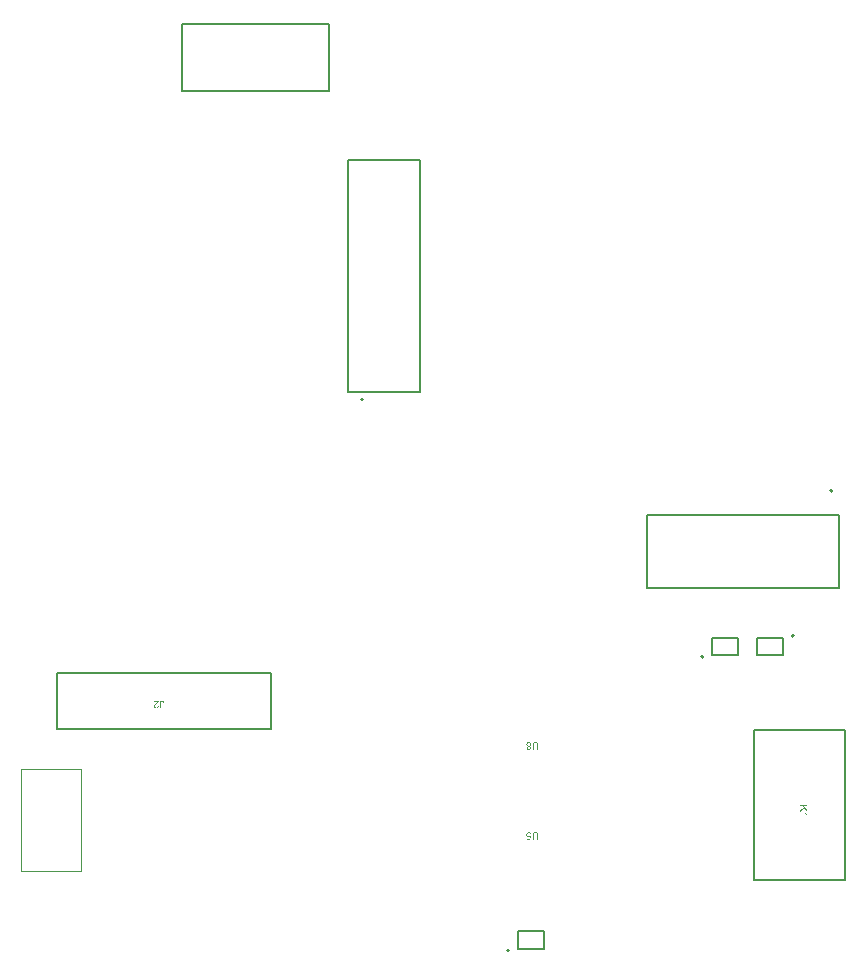
<source format=gbr>
%TF.GenerationSoftware,Altium Limited,Altium Designer,20.0.11 (256)*%
G04 Layer_Color=8388736*
%FSLAX26Y26*%
%MOIN*%
%TF.FileFunction,Other,Top_3D_Body*%
%TF.Part,Single*%
G01*
G75*
%TA.AperFunction,NonConductor*%
%ADD108C,0.005000*%
%ADD112C,0.007874*%
%ADD165C,0.002000*%
G36*
X2655189Y626669D02*
X2642685D01*
X2655189Y614166D01*
Y609634D01*
X2644960Y620227D01*
X2630000Y609179D01*
Y613584D01*
X2642704Y622556D01*
X2638736Y626669D01*
X2630000D01*
Y630000D01*
X2655189D01*
Y626669D01*
D02*
G37*
G36*
X2648964Y605266D02*
X2649001Y605193D01*
X2649074Y605048D01*
X2649165Y604866D01*
X2649274Y604647D01*
X2649419Y604374D01*
X2649583Y604083D01*
X2649765Y603774D01*
X2649984Y603428D01*
X2650202Y603064D01*
X2650712Y602300D01*
X2651276Y601517D01*
X2651895Y600771D01*
X2651913Y600753D01*
X2651967Y600680D01*
X2652058Y600589D01*
X2652186Y600461D01*
X2652350Y600298D01*
X2652532Y600116D01*
X2652750Y599915D01*
X2652968Y599697D01*
X2653223Y599479D01*
X2653496Y599242D01*
X2654060Y598787D01*
X2654661Y598368D01*
X2654970Y598186D01*
X2655280Y598023D01*
Y596021D01*
X2630000D01*
Y599115D01*
X2649692D01*
X2649674Y599133D01*
X2649638Y599169D01*
X2649583Y599224D01*
X2649510Y599315D01*
X2649419Y599424D01*
X2649292Y599570D01*
X2649165Y599733D01*
X2649019Y599897D01*
X2648873Y600116D01*
X2648691Y600334D01*
X2648528Y600571D01*
X2648327Y600825D01*
X2648145Y601117D01*
X2647945Y601408D01*
X2647545Y602063D01*
X2647527Y602081D01*
X2647490Y602136D01*
X2647436Y602245D01*
X2647381Y602372D01*
X2647290Y602518D01*
X2647181Y602700D01*
X2647072Y602918D01*
X2646944Y603137D01*
X2646689Y603646D01*
X2646435Y604192D01*
X2646180Y604757D01*
X2645961Y605303D01*
X2648946D01*
X2648964Y605266D01*
D02*
G37*
G36*
X1749092Y840400D02*
X1749401Y840382D01*
X1749747Y840346D01*
X1750147Y840309D01*
X1750566Y840273D01*
X1751021Y840200D01*
X1751494Y840127D01*
X1751967Y840018D01*
X1752459Y839909D01*
X1752932Y839763D01*
X1753423Y839600D01*
X1753878Y839418D01*
X1754315Y839199D01*
X1754333Y839181D01*
X1754406Y839145D01*
X1754533Y839072D01*
X1754679Y838981D01*
X1754861Y838853D01*
X1755079Y838690D01*
X1755298Y838508D01*
X1755553Y838307D01*
X1755807Y838071D01*
X1756080Y837798D01*
X1756353Y837525D01*
X1756608Y837197D01*
X1756863Y836870D01*
X1757100Y836487D01*
X1757318Y836105D01*
X1757518Y835687D01*
X1757536Y835650D01*
X1757555Y835577D01*
X1757609Y835450D01*
X1757664Y835268D01*
X1757737Y835031D01*
X1757809Y834740D01*
X1757900Y834413D01*
X1757991Y834030D01*
X1758082Y833594D01*
X1758173Y833120D01*
X1758246Y832611D01*
X1758319Y832047D01*
X1758374Y831446D01*
X1758428Y830791D01*
X1758446Y830099D01*
X1758465Y829371D01*
Y814811D01*
X1755134D01*
Y829353D01*
Y829389D01*
Y829499D01*
Y829662D01*
X1755116Y829881D01*
Y830154D01*
X1755098Y830463D01*
X1755079Y830809D01*
X1755061Y831191D01*
X1755025Y831573D01*
X1754988Y831974D01*
X1754879Y832775D01*
X1754806Y833157D01*
X1754734Y833539D01*
X1754643Y833885D01*
X1754533Y834194D01*
Y834212D01*
X1754497Y834267D01*
X1754461Y834340D01*
X1754406Y834449D01*
X1754351Y834576D01*
X1754260Y834722D01*
X1754042Y835068D01*
X1753751Y835450D01*
X1753587Y835650D01*
X1753387Y835850D01*
X1753187Y836051D01*
X1752950Y836233D01*
X1752713Y836415D01*
X1752440Y836578D01*
X1752422D01*
X1752368Y836615D01*
X1752295Y836651D01*
X1752167Y836706D01*
X1752022Y836779D01*
X1751858Y836851D01*
X1751658Y836924D01*
X1751421Y836997D01*
X1751166Y837070D01*
X1750893Y837143D01*
X1750602Y837215D01*
X1750275Y837288D01*
X1749929Y837343D01*
X1749565Y837379D01*
X1749201Y837397D01*
X1748800Y837416D01*
X1748637D01*
X1748455Y837397D01*
X1748200D01*
X1747890Y837361D01*
X1747563Y837325D01*
X1747181Y837270D01*
X1746762Y837215D01*
X1746343Y837124D01*
X1745907Y837015D01*
X1745470Y836870D01*
X1745033Y836724D01*
X1744614Y836524D01*
X1744232Y836305D01*
X1743868Y836051D01*
X1743559Y835759D01*
X1743541Y835741D01*
X1743486Y835687D01*
X1743413Y835577D01*
X1743322Y835432D01*
X1743195Y835232D01*
X1743067Y834977D01*
X1742922Y834686D01*
X1742776Y834322D01*
X1742631Y833921D01*
X1742485Y833466D01*
X1742358Y832938D01*
X1742230Y832356D01*
X1742139Y831701D01*
X1742066Y830991D01*
X1742012Y830208D01*
X1741994Y829353D01*
Y814811D01*
X1738663D01*
Y829371D01*
Y829389D01*
Y829408D01*
Y829462D01*
Y829535D01*
Y829626D01*
Y829735D01*
X1738681Y829990D01*
Y830318D01*
X1738699Y830682D01*
X1738736Y831100D01*
X1738772Y831537D01*
X1738827Y832010D01*
X1738881Y832502D01*
X1739027Y833503D01*
X1739136Y834012D01*
X1739245Y834485D01*
X1739391Y834959D01*
X1739537Y835395D01*
X1739555Y835414D01*
X1739573Y835486D01*
X1739628Y835614D01*
X1739700Y835759D01*
X1739810Y835960D01*
X1739919Y836178D01*
X1740064Y836415D01*
X1740246Y836688D01*
X1740447Y836979D01*
X1740665Y837270D01*
X1740920Y837561D01*
X1741211Y837871D01*
X1741520Y838180D01*
X1741848Y838471D01*
X1742230Y838762D01*
X1742631Y839035D01*
X1742649Y839054D01*
X1742740Y839090D01*
X1742867Y839163D01*
X1743031Y839254D01*
X1743268Y839363D01*
X1743522Y839472D01*
X1743850Y839600D01*
X1744196Y839727D01*
X1744614Y839854D01*
X1745051Y839982D01*
X1745524Y840091D01*
X1746052Y840200D01*
X1746616Y840291D01*
X1747217Y840364D01*
X1747836Y840400D01*
X1748509Y840419D01*
X1748855D01*
X1749092Y840400D01*
D02*
G37*
G36*
X1726469D02*
X1726724Y840382D01*
X1727033Y840346D01*
X1727397Y840309D01*
X1727816Y840237D01*
X1728253Y840146D01*
X1728726Y840018D01*
X1729217Y839873D01*
X1729709Y839709D01*
X1730218Y839490D01*
X1730728Y839236D01*
X1731219Y838944D01*
X1731674Y838599D01*
X1732129Y838216D01*
X1732147Y838198D01*
X1732220Y838107D01*
X1732348Y837998D01*
X1732475Y837816D01*
X1732657Y837598D01*
X1732857Y837343D01*
X1733057Y837052D01*
X1733258Y836706D01*
X1733476Y836324D01*
X1733676Y835905D01*
X1733876Y835450D01*
X1734040Y834977D01*
X1734186Y834449D01*
X1734313Y833903D01*
X1734386Y833321D01*
X1734404Y832720D01*
Y832684D01*
Y832611D01*
Y832483D01*
X1734386Y832301D01*
X1734368Y832101D01*
X1734331Y831846D01*
X1734295Y831573D01*
X1734240Y831282D01*
X1734186Y830973D01*
X1734095Y830627D01*
X1734004Y830299D01*
X1733876Y829954D01*
X1733731Y829608D01*
X1733567Y829262D01*
X1733385Y828934D01*
X1733167Y828607D01*
X1733148Y828589D01*
X1733112Y828534D01*
X1733039Y828443D01*
X1732930Y828334D01*
X1732803Y828206D01*
X1732639Y828043D01*
X1732457Y827879D01*
X1732257Y827697D01*
X1732002Y827515D01*
X1731747Y827333D01*
X1731456Y827133D01*
X1731128Y826951D01*
X1730782Y826787D01*
X1730418Y826623D01*
X1730018Y826477D01*
X1729599Y826350D01*
X1729618D01*
X1729690Y826314D01*
X1729781Y826277D01*
X1729909Y826223D01*
X1730073Y826150D01*
X1730255Y826059D01*
X1730455Y825950D01*
X1730673Y825840D01*
X1731146Y825549D01*
X1731620Y825203D01*
X1732075Y824803D01*
X1732275Y824585D01*
X1732457Y824348D01*
X1732475Y824330D01*
X1732493Y824293D01*
X1732548Y824221D01*
X1732602Y824111D01*
X1732675Y823984D01*
X1732748Y823838D01*
X1732839Y823656D01*
X1732912Y823456D01*
X1733003Y823238D01*
X1733094Y823001D01*
X1733167Y822746D01*
X1733239Y822473D01*
X1733349Y821873D01*
X1733367Y821545D01*
X1733385Y821218D01*
Y821181D01*
Y821090D01*
X1733367Y820945D01*
X1733349Y820763D01*
X1733330Y820526D01*
X1733276Y820253D01*
X1733221Y819944D01*
X1733130Y819616D01*
X1733039Y819252D01*
X1732912Y818888D01*
X1732748Y818506D01*
X1732548Y818105D01*
X1732329Y817723D01*
X1732075Y817323D01*
X1731765Y816959D01*
X1731419Y816595D01*
X1731401Y816577D01*
X1731328Y816522D01*
X1731219Y816413D01*
X1731055Y816304D01*
X1730855Y816158D01*
X1730619Y815994D01*
X1730346Y815830D01*
X1730018Y815648D01*
X1729672Y815485D01*
X1729272Y815321D01*
X1728835Y815157D01*
X1728362Y815011D01*
X1727870Y814884D01*
X1727324Y814793D01*
X1726760Y814738D01*
X1726160Y814720D01*
X1726014D01*
X1725850Y814738D01*
X1725614Y814757D01*
X1725341Y814775D01*
X1725013Y814829D01*
X1724649Y814884D01*
X1724267Y814957D01*
X1723848Y815066D01*
X1723411Y815193D01*
X1722975Y815339D01*
X1722538Y815539D01*
X1722101Y815758D01*
X1721664Y816012D01*
X1721246Y816304D01*
X1720863Y816649D01*
X1720845Y816668D01*
X1720772Y816740D01*
X1720681Y816850D01*
X1720554Y816995D01*
X1720390Y817177D01*
X1720226Y817396D01*
X1720044Y817650D01*
X1719844Y817942D01*
X1719662Y818269D01*
X1719480Y818633D01*
X1719316Y819015D01*
X1719153Y819416D01*
X1719025Y819853D01*
X1718934Y820326D01*
X1718861Y820799D01*
X1718843Y821309D01*
Y821327D01*
Y821381D01*
Y821472D01*
X1718861Y821600D01*
X1718880Y821745D01*
X1718898Y821927D01*
X1718916Y822128D01*
X1718952Y822346D01*
X1719062Y822819D01*
X1719225Y823329D01*
X1719335Y823584D01*
X1719462Y823838D01*
X1719608Y824093D01*
X1719771Y824348D01*
X1719790Y824366D01*
X1719808Y824403D01*
X1719862Y824475D01*
X1719953Y824566D01*
X1720044Y824676D01*
X1720172Y824785D01*
X1720299Y824930D01*
X1720463Y825076D01*
X1720663Y825240D01*
X1720863Y825404D01*
X1721100Y825567D01*
X1721337Y825731D01*
X1721628Y825895D01*
X1721919Y826059D01*
X1722228Y826204D01*
X1722574Y826350D01*
X1722556D01*
X1722465Y826386D01*
X1722356Y826423D01*
X1722192Y826496D01*
X1721992Y826568D01*
X1721773Y826678D01*
X1721519Y826787D01*
X1721264Y826932D01*
X1720973Y827096D01*
X1720681Y827278D01*
X1720390Y827478D01*
X1720099Y827697D01*
X1719808Y827933D01*
X1719535Y828206D01*
X1719262Y828479D01*
X1719025Y828789D01*
X1719007Y828807D01*
X1718971Y828862D01*
X1718916Y828953D01*
X1718825Y829080D01*
X1718734Y829244D01*
X1718643Y829444D01*
X1718534Y829662D01*
X1718406Y829917D01*
X1718297Y830208D01*
X1718188Y830500D01*
X1718097Y830845D01*
X1717988Y831191D01*
X1717915Y831573D01*
X1717860Y831956D01*
X1717824Y832374D01*
X1717806Y832811D01*
Y832847D01*
Y832957D01*
X1717824Y833120D01*
X1717842Y833357D01*
X1717879Y833630D01*
X1717933Y833939D01*
X1718006Y834303D01*
X1718097Y834704D01*
X1718206Y835122D01*
X1718370Y835559D01*
X1718552Y835996D01*
X1718770Y836451D01*
X1719043Y836924D01*
X1719335Y837361D01*
X1719699Y837816D01*
X1720099Y838235D01*
X1720117Y838253D01*
X1720208Y838326D01*
X1720336Y838435D01*
X1720518Y838580D01*
X1720736Y838744D01*
X1721027Y838926D01*
X1721337Y839126D01*
X1721701Y839327D01*
X1722119Y839527D01*
X1722574Y839727D01*
X1723066Y839909D01*
X1723593Y840073D01*
X1724176Y840218D01*
X1724776Y840328D01*
X1725432Y840400D01*
X1726105Y840419D01*
X1726269D01*
X1726469Y840400D01*
D02*
G37*
G36*
X504568Y978747D02*
X504805Y978729D01*
X505078Y978711D01*
X505406Y978656D01*
X505770Y978601D01*
X506152Y978529D01*
X506552Y978419D01*
X506971Y978310D01*
X507389Y978146D01*
X507808Y977964D01*
X508227Y977746D01*
X508627Y977491D01*
X509009Y977200D01*
X509355Y976872D01*
X509373Y976854D01*
X509428Y976781D01*
X509519Y976672D01*
X509628Y976508D01*
X509755Y976308D01*
X509901Y976072D01*
X510065Y975780D01*
X510211Y975453D01*
X510374Y975071D01*
X510538Y974652D01*
X510666Y974179D01*
X510793Y973669D01*
X510902Y973123D01*
X510975Y972523D01*
X511029Y971885D01*
Y971212D01*
X508026Y970793D01*
Y970830D01*
Y970921D01*
X508008Y971067D01*
X507990Y971267D01*
X507972Y971503D01*
X507935Y971758D01*
X507899Y972049D01*
X507844Y972377D01*
X507717Y973032D01*
X507535Y973687D01*
X507408Y973979D01*
X507280Y974270D01*
X507116Y974524D01*
X506953Y974743D01*
X506935Y974761D01*
X506916Y974779D01*
X506844Y974834D01*
X506771Y974907D01*
X506680Y974980D01*
X506552Y975071D01*
X506425Y975180D01*
X506261Y975271D01*
X506079Y975362D01*
X505879Y975471D01*
X505661Y975562D01*
X505424Y975635D01*
X505151Y975707D01*
X504878Y975744D01*
X504587Y975780D01*
X504277Y975798D01*
X504150D01*
X504059Y975780D01*
X503950D01*
X503822Y975762D01*
X503531Y975726D01*
X503204Y975653D01*
X502839Y975562D01*
X502457Y975416D01*
X502111Y975234D01*
X502093D01*
X502075Y975198D01*
X501966Y975125D01*
X501802Y974998D01*
X501620Y974816D01*
X501402Y974597D01*
X501202Y974324D01*
X501001Y974015D01*
X500856Y973669D01*
Y973651D01*
X500837Y973615D01*
X500819Y973560D01*
X500801Y973487D01*
X500783Y973378D01*
X500747Y973250D01*
X500710Y973087D01*
X500674Y972905D01*
X500656Y972705D01*
X500619Y972468D01*
X500583Y972213D01*
X500565Y971922D01*
X500546Y971612D01*
X500528Y971285D01*
X500510Y970921D01*
Y970520D01*
Y953158D01*
X497179D01*
Y970320D01*
Y970357D01*
Y970466D01*
Y970630D01*
X497197Y970848D01*
Y971103D01*
X497216Y971412D01*
X497252Y971758D01*
X497270Y972122D01*
X497325Y972504D01*
X497361Y972905D01*
X497507Y973724D01*
X497598Y974124D01*
X497707Y974506D01*
X497816Y974870D01*
X497962Y975216D01*
Y975234D01*
X497998Y975289D01*
X498035Y975380D01*
X498108Y975507D01*
X498180Y975653D01*
X498289Y975817D01*
X498417Y975999D01*
X498544Y976199D01*
X498708Y976399D01*
X498890Y976617D01*
X499090Y976836D01*
X499309Y977054D01*
X499545Y977273D01*
X499800Y977473D01*
X500073Y977673D01*
X500382Y977855D01*
X500401Y977873D01*
X500455Y977891D01*
X500546Y977946D01*
X500674Y978001D01*
X500837Y978073D01*
X501019Y978146D01*
X501238Y978219D01*
X501493Y978310D01*
X501766Y978401D01*
X502057Y978474D01*
X502385Y978547D01*
X502712Y978620D01*
X503076Y978674D01*
X503458Y978729D01*
X503841Y978747D01*
X504259Y978765D01*
X504405D01*
X504568Y978747D01*
D02*
G37*
G36*
X493375Y978328D02*
Y978292D01*
Y978237D01*
Y978164D01*
Y978055D01*
X493357Y977946D01*
X493339Y977655D01*
X493303Y977346D01*
X493248Y976981D01*
X493157Y976599D01*
X493030Y976217D01*
Y976199D01*
X492993Y976144D01*
X492957Y976053D01*
X492902Y975926D01*
X492848Y975762D01*
X492757Y975580D01*
X492647Y975380D01*
X492538Y975162D01*
X492411Y974907D01*
X492247Y974652D01*
X491901Y974088D01*
X491483Y973487D01*
X490991Y972868D01*
X490973Y972850D01*
X490918Y972795D01*
X490846Y972705D01*
X490736Y972577D01*
X490591Y972413D01*
X490409Y972231D01*
X490209Y972013D01*
X489954Y971776D01*
X489681Y971503D01*
X489390Y971212D01*
X489062Y970903D01*
X488698Y970557D01*
X488298Y970211D01*
X487879Y969847D01*
X487424Y969465D01*
X486951Y969064D01*
X486933Y969046D01*
X486896Y969028D01*
X486842Y968973D01*
X486769Y968919D01*
X486678Y968828D01*
X486569Y968737D01*
X486296Y968500D01*
X485950Y968227D01*
X485586Y967881D01*
X485167Y967518D01*
X484731Y967117D01*
X484257Y966698D01*
X483802Y966262D01*
X483329Y965825D01*
X482892Y965370D01*
X482455Y964933D01*
X482073Y964514D01*
X481709Y964096D01*
X481418Y963714D01*
X481400Y963696D01*
X481363Y963623D01*
X481291Y963514D01*
X481182Y963386D01*
X481072Y963204D01*
X480963Y963004D01*
X480817Y962767D01*
X480690Y962513D01*
X480563Y962240D01*
X480417Y961948D01*
X480180Y961311D01*
X480089Y960984D01*
X480017Y960656D01*
X479980Y960328D01*
X479962Y960001D01*
Y959983D01*
Y959910D01*
Y959819D01*
X479980Y959692D01*
X479998Y959528D01*
X480035Y959346D01*
X480071Y959145D01*
X480126Y958927D01*
X480199Y958691D01*
X480290Y958436D01*
X480399Y958181D01*
X480526Y957926D01*
X480672Y957653D01*
X480854Y957398D01*
X481054Y957144D01*
X481291Y956907D01*
X481309Y956889D01*
X481345Y956852D01*
X481418Y956798D01*
X481527Y956707D01*
X481655Y956616D01*
X481818Y956506D01*
X482000Y956379D01*
X482201Y956270D01*
X482437Y956143D01*
X482692Y956033D01*
X482983Y955924D01*
X483274Y955833D01*
X483602Y955742D01*
X483948Y955688D01*
X484312Y955651D01*
X484694Y955633D01*
X484913D01*
X485058Y955651D01*
X485258Y955669D01*
X485477Y955706D01*
X485713Y955742D01*
X485986Y955797D01*
X486259Y955870D01*
X486550Y955961D01*
X486842Y956070D01*
X487151Y956197D01*
X487442Y956361D01*
X487733Y956543D01*
X488025Y956743D01*
X488279Y956980D01*
X488298Y956998D01*
X488334Y957034D01*
X488407Y957125D01*
X488480Y957216D01*
X488589Y957362D01*
X488698Y957526D01*
X488825Y957726D01*
X488935Y957944D01*
X489062Y958181D01*
X489190Y958472D01*
X489299Y958763D01*
X489408Y959091D01*
X489481Y959455D01*
X489553Y959837D01*
X489590Y960237D01*
X489608Y960674D01*
X492793Y960347D01*
Y960328D01*
Y960310D01*
X492775Y960256D01*
Y960183D01*
X492757Y960001D01*
X492702Y959764D01*
X492647Y959473D01*
X492575Y959127D01*
X492484Y958745D01*
X492375Y958345D01*
X492229Y957908D01*
X492065Y957471D01*
X491865Y957016D01*
X491628Y956561D01*
X491373Y956124D01*
X491064Y955706D01*
X490736Y955305D01*
X490354Y954941D01*
X490336Y954923D01*
X490263Y954869D01*
X490136Y954759D01*
X489972Y954650D01*
X489754Y954505D01*
X489499Y954341D01*
X489190Y954177D01*
X488844Y953995D01*
X488443Y953831D01*
X488025Y953667D01*
X487551Y953504D01*
X487042Y953358D01*
X486496Y953231D01*
X485913Y953139D01*
X485295Y953085D01*
X484639Y953067D01*
X484476D01*
X484294Y953085D01*
X484039Y953103D01*
X483729Y953121D01*
X483384Y953176D01*
X482983Y953231D01*
X482565Y953322D01*
X482110Y953431D01*
X481655Y953558D01*
X481163Y953722D01*
X480690Y953922D01*
X480217Y954159D01*
X479762Y954413D01*
X479325Y954723D01*
X478906Y955087D01*
X478888Y955105D01*
X478815Y955178D01*
X478706Y955287D01*
X478579Y955451D01*
X478415Y955633D01*
X478233Y955870D01*
X478033Y956143D01*
X477833Y956452D01*
X477651Y956798D01*
X477450Y957180D01*
X477269Y957598D01*
X477105Y958035D01*
X476977Y958509D01*
X476868Y959000D01*
X476795Y959528D01*
X476777Y960074D01*
Y960092D01*
Y960146D01*
Y960219D01*
Y960328D01*
X476795Y960474D01*
X476813Y960620D01*
X476832Y960802D01*
X476850Y961002D01*
X476923Y961457D01*
X477032Y961966D01*
X477196Y962494D01*
X477396Y963040D01*
Y963058D01*
X477432Y963113D01*
X477469Y963186D01*
X477523Y963295D01*
X477578Y963423D01*
X477669Y963586D01*
X477760Y963768D01*
X477887Y963968D01*
X478015Y964187D01*
X478160Y964423D01*
X478524Y964951D01*
X478724Y965224D01*
X478943Y965515D01*
X479198Y965807D01*
X479452Y966116D01*
X479471Y966134D01*
X479525Y966189D01*
X479598Y966280D01*
X479726Y966407D01*
X479889Y966571D01*
X480089Y966771D01*
X480308Y967008D01*
X480581Y967281D01*
X480890Y967572D01*
X481254Y967900D01*
X481637Y968264D01*
X482073Y968664D01*
X482546Y969083D01*
X483056Y969538D01*
X483620Y970029D01*
X484221Y970539D01*
X484257Y970557D01*
X484348Y970648D01*
X484476Y970757D01*
X484658Y970921D01*
X484894Y971103D01*
X485131Y971321D01*
X485404Y971558D01*
X485695Y971813D01*
X486314Y972341D01*
X486605Y972614D01*
X486896Y972868D01*
X487169Y973123D01*
X487406Y973341D01*
X487624Y973542D01*
X487788Y973724D01*
X487825Y973760D01*
X487916Y973869D01*
X488061Y974033D01*
X488243Y974233D01*
X488443Y974488D01*
X488662Y974761D01*
X488880Y975071D01*
X489080Y975380D01*
X476741D01*
Y978346D01*
X493375D01*
Y978328D01*
D02*
G37*
G36*
X1726615Y540400D02*
X1726851Y540382D01*
X1727142Y540364D01*
X1727488Y540309D01*
X1727870Y540255D01*
X1728271Y540182D01*
X1728708Y540073D01*
X1729163Y539945D01*
X1729636Y539800D01*
X1730109Y539618D01*
X1730564Y539399D01*
X1731037Y539145D01*
X1731474Y538835D01*
X1731893Y538508D01*
X1731911Y538489D01*
X1731984Y538417D01*
X1732093Y538307D01*
X1732238Y538162D01*
X1732402Y537962D01*
X1732602Y537725D01*
X1732803Y537452D01*
X1733021Y537143D01*
X1733239Y536797D01*
X1733440Y536415D01*
X1733658Y535996D01*
X1733858Y535541D01*
X1734022Y535050D01*
X1734168Y534522D01*
X1734295Y533976D01*
X1734368Y533393D01*
X1731128Y533120D01*
Y533139D01*
X1731110Y533230D01*
X1731092Y533339D01*
X1731055Y533503D01*
X1731001Y533703D01*
X1730946Y533939D01*
X1730873Y534194D01*
X1730782Y534467D01*
X1730564Y535031D01*
X1730437Y535341D01*
X1730291Y535632D01*
X1730109Y535923D01*
X1729927Y536196D01*
X1729709Y536451D01*
X1729472Y536688D01*
X1729454Y536706D01*
X1729417Y536742D01*
X1729345Y536797D01*
X1729235Y536870D01*
X1729108Y536961D01*
X1728944Y537070D01*
X1728780Y537161D01*
X1728580Y537270D01*
X1728362Y537397D01*
X1728107Y537488D01*
X1727852Y537598D01*
X1727561Y537689D01*
X1727270Y537761D01*
X1726960Y537816D01*
X1726633Y537852D01*
X1726287Y537871D01*
X1726178D01*
X1726069Y537852D01*
X1725905D01*
X1725723Y537816D01*
X1725486Y537780D01*
X1725231Y537725D01*
X1724958Y537652D01*
X1724667Y537579D01*
X1724358Y537470D01*
X1724048Y537325D01*
X1723721Y537161D01*
X1723411Y536979D01*
X1723084Y536742D01*
X1722774Y536487D01*
X1722483Y536196D01*
X1722465Y536178D01*
X1722410Y536123D01*
X1722338Y536014D01*
X1722247Y535887D01*
X1722119Y535723D01*
X1721992Y535523D01*
X1721846Y535286D01*
X1721701Y535013D01*
X1721573Y534704D01*
X1721428Y534376D01*
X1721300Y534012D01*
X1721173Y533612D01*
X1721082Y533175D01*
X1721009Y532720D01*
X1720954Y532247D01*
X1720936Y531737D01*
Y531701D01*
Y531628D01*
X1720954Y531482D01*
Y531300D01*
X1720973Y531082D01*
X1721009Y530809D01*
X1721064Y530536D01*
X1721118Y530208D01*
X1721209Y529881D01*
X1721300Y529553D01*
X1721428Y529207D01*
X1721573Y528843D01*
X1721737Y528498D01*
X1721937Y528170D01*
X1722174Y527842D01*
X1722429Y527551D01*
X1722447Y527533D01*
X1722501Y527478D01*
X1722574Y527406D01*
X1722702Y527315D01*
X1722847Y527187D01*
X1723029Y527060D01*
X1723229Y526932D01*
X1723466Y526787D01*
X1723739Y526641D01*
X1724030Y526514D01*
X1724340Y526368D01*
X1724685Y526259D01*
X1725068Y526168D01*
X1725468Y526095D01*
X1725887Y526041D01*
X1726323Y526022D01*
X1726469D01*
X1726578Y526041D01*
X1726706D01*
X1726869Y526059D01*
X1727033Y526077D01*
X1727233Y526113D01*
X1727652Y526186D01*
X1728107Y526314D01*
X1728580Y526477D01*
X1729035Y526714D01*
X1729053D01*
X1729090Y526750D01*
X1729144Y526787D01*
X1729235Y526841D01*
X1729454Y526987D01*
X1729727Y527187D01*
X1730018Y527442D01*
X1730327Y527733D01*
X1730637Y528079D01*
X1730910Y528461D01*
X1733822Y528079D01*
X1731383Y515139D01*
X1718843D01*
Y518087D01*
X1728926D01*
X1730273Y524876D01*
X1730255Y524858D01*
X1730164Y524803D01*
X1730054Y524730D01*
X1729872Y524621D01*
X1729672Y524512D01*
X1729436Y524366D01*
X1729144Y524239D01*
X1728835Y524075D01*
X1728489Y523929D01*
X1728125Y523784D01*
X1727725Y523656D01*
X1727324Y523547D01*
X1726888Y523438D01*
X1726451Y523365D01*
X1725978Y523311D01*
X1725523Y523292D01*
X1725377D01*
X1725195Y523311D01*
X1724977Y523329D01*
X1724685Y523365D01*
X1724358Y523420D01*
X1723976Y523493D01*
X1723575Y523584D01*
X1723157Y523693D01*
X1722702Y523857D01*
X1722247Y524039D01*
X1721773Y524257D01*
X1721300Y524530D01*
X1720827Y524821D01*
X1720372Y525185D01*
X1719935Y525586D01*
X1719917Y525604D01*
X1719844Y525695D01*
X1719717Y525822D01*
X1719571Y526004D01*
X1719407Y526223D01*
X1719207Y526496D01*
X1719007Y526823D01*
X1718789Y527187D01*
X1718588Y527588D01*
X1718388Y528024D01*
X1718188Y528516D01*
X1718006Y529025D01*
X1717879Y529590D01*
X1717751Y530190D01*
X1717678Y530809D01*
X1717660Y531464D01*
Y531482D01*
Y531501D01*
Y531555D01*
Y531610D01*
X1717678Y531792D01*
X1717697Y532028D01*
X1717715Y532338D01*
X1717769Y532684D01*
X1717824Y533066D01*
X1717915Y533484D01*
X1718024Y533939D01*
X1718152Y534413D01*
X1718315Y534904D01*
X1718497Y535395D01*
X1718734Y535905D01*
X1719007Y536396D01*
X1719316Y536888D01*
X1719662Y537361D01*
X1719699Y537397D01*
X1719771Y537488D01*
X1719917Y537634D01*
X1720099Y537834D01*
X1720354Y538071D01*
X1720645Y538326D01*
X1720991Y538599D01*
X1721391Y538890D01*
X1721846Y539181D01*
X1722338Y539454D01*
X1722884Y539709D01*
X1723484Y539945D01*
X1724121Y540127D01*
X1724795Y540291D01*
X1725523Y540382D01*
X1726287Y540419D01*
X1726433D01*
X1726615Y540400D01*
D02*
G37*
G36*
X1749092D02*
X1749401Y540382D01*
X1749747Y540346D01*
X1750147Y540309D01*
X1750566Y540273D01*
X1751021Y540200D01*
X1751494Y540127D01*
X1751967Y540018D01*
X1752459Y539909D01*
X1752932Y539763D01*
X1753423Y539600D01*
X1753878Y539418D01*
X1754315Y539199D01*
X1754333Y539181D01*
X1754406Y539145D01*
X1754533Y539072D01*
X1754679Y538981D01*
X1754861Y538853D01*
X1755079Y538690D01*
X1755298Y538508D01*
X1755553Y538307D01*
X1755807Y538071D01*
X1756080Y537798D01*
X1756353Y537525D01*
X1756608Y537197D01*
X1756863Y536870D01*
X1757100Y536487D01*
X1757318Y536105D01*
X1757518Y535687D01*
X1757536Y535650D01*
X1757555Y535577D01*
X1757609Y535450D01*
X1757664Y535268D01*
X1757737Y535031D01*
X1757809Y534740D01*
X1757900Y534413D01*
X1757991Y534030D01*
X1758082Y533594D01*
X1758173Y533120D01*
X1758246Y532611D01*
X1758319Y532047D01*
X1758374Y531446D01*
X1758428Y530791D01*
X1758446Y530099D01*
X1758465Y529371D01*
Y514811D01*
X1755134D01*
Y529353D01*
Y529389D01*
Y529499D01*
Y529662D01*
X1755116Y529881D01*
Y530154D01*
X1755098Y530463D01*
X1755079Y530809D01*
X1755061Y531191D01*
X1755025Y531573D01*
X1754988Y531974D01*
X1754879Y532775D01*
X1754806Y533157D01*
X1754734Y533539D01*
X1754643Y533885D01*
X1754533Y534194D01*
Y534212D01*
X1754497Y534267D01*
X1754461Y534340D01*
X1754406Y534449D01*
X1754351Y534576D01*
X1754260Y534722D01*
X1754042Y535068D01*
X1753751Y535450D01*
X1753587Y535650D01*
X1753387Y535850D01*
X1753187Y536051D01*
X1752950Y536233D01*
X1752713Y536415D01*
X1752440Y536578D01*
X1752422D01*
X1752368Y536615D01*
X1752295Y536651D01*
X1752167Y536706D01*
X1752022Y536779D01*
X1751858Y536851D01*
X1751658Y536924D01*
X1751421Y536997D01*
X1751166Y537070D01*
X1750893Y537143D01*
X1750602Y537215D01*
X1750275Y537288D01*
X1749929Y537343D01*
X1749565Y537379D01*
X1749201Y537397D01*
X1748800Y537416D01*
X1748637D01*
X1748455Y537397D01*
X1748200D01*
X1747890Y537361D01*
X1747563Y537325D01*
X1747181Y537270D01*
X1746762Y537215D01*
X1746343Y537124D01*
X1745907Y537015D01*
X1745470Y536870D01*
X1745033Y536724D01*
X1744614Y536524D01*
X1744232Y536305D01*
X1743868Y536051D01*
X1743559Y535759D01*
X1743541Y535741D01*
X1743486Y535687D01*
X1743413Y535577D01*
X1743322Y535432D01*
X1743195Y535232D01*
X1743067Y534977D01*
X1742922Y534686D01*
X1742776Y534322D01*
X1742631Y533921D01*
X1742485Y533466D01*
X1742358Y532938D01*
X1742230Y532356D01*
X1742139Y531701D01*
X1742066Y530991D01*
X1742012Y530208D01*
X1741994Y529353D01*
Y514811D01*
X1738663D01*
Y529371D01*
Y529389D01*
Y529408D01*
Y529462D01*
Y529535D01*
Y529626D01*
Y529735D01*
X1738681Y529990D01*
Y530318D01*
X1738699Y530682D01*
X1738736Y531100D01*
X1738772Y531537D01*
X1738827Y532010D01*
X1738881Y532502D01*
X1739027Y533503D01*
X1739136Y534012D01*
X1739245Y534485D01*
X1739391Y534959D01*
X1739537Y535395D01*
X1739555Y535414D01*
X1739573Y535486D01*
X1739628Y535614D01*
X1739700Y535759D01*
X1739810Y535960D01*
X1739919Y536178D01*
X1740064Y536415D01*
X1740246Y536688D01*
X1740447Y536979D01*
X1740665Y537270D01*
X1740920Y537561D01*
X1741211Y537871D01*
X1741520Y538180D01*
X1741848Y538471D01*
X1742230Y538762D01*
X1742631Y539035D01*
X1742649Y539054D01*
X1742740Y539090D01*
X1742867Y539163D01*
X1743031Y539254D01*
X1743268Y539363D01*
X1743522Y539472D01*
X1743850Y539600D01*
X1744196Y539727D01*
X1744614Y539854D01*
X1745051Y539982D01*
X1745524Y540091D01*
X1746052Y540200D01*
X1746616Y540291D01*
X1747217Y540364D01*
X1747836Y540400D01*
X1748509Y540419D01*
X1748855D01*
X1749092Y540400D01*
D02*
G37*
%LPC*%
G36*
X1726087Y837871D02*
X1725996D01*
X1725868Y837852D01*
X1725723D01*
X1725523Y837834D01*
X1725304Y837798D01*
X1725068Y837743D01*
X1724795Y837689D01*
X1724522Y837616D01*
X1724212Y837525D01*
X1723921Y837416D01*
X1723612Y837270D01*
X1723302Y837106D01*
X1722993Y836924D01*
X1722702Y836706D01*
X1722429Y836451D01*
X1722410Y836433D01*
X1722374Y836378D01*
X1722301Y836305D01*
X1722210Y836196D01*
X1722101Y836051D01*
X1721974Y835887D01*
X1721846Y835687D01*
X1721701Y835468D01*
X1721573Y835213D01*
X1721446Y834940D01*
X1721318Y834649D01*
X1721209Y834322D01*
X1721118Y833976D01*
X1721045Y833612D01*
X1721009Y833230D01*
X1720991Y832829D01*
Y832811D01*
Y832738D01*
X1721009Y832611D01*
Y832465D01*
X1721027Y832265D01*
X1721064Y832047D01*
X1721118Y831810D01*
X1721173Y831537D01*
X1721264Y831246D01*
X1721355Y830955D01*
X1721482Y830645D01*
X1721628Y830336D01*
X1721792Y830026D01*
X1721992Y829735D01*
X1722228Y829426D01*
X1722483Y829153D01*
X1722501Y829135D01*
X1722556Y829080D01*
X1722629Y829007D01*
X1722756Y828916D01*
X1722902Y828807D01*
X1723066Y828680D01*
X1723266Y828552D01*
X1723502Y828407D01*
X1723757Y828279D01*
X1724030Y828152D01*
X1724340Y828024D01*
X1724667Y827915D01*
X1725013Y827806D01*
X1725395Y827733D01*
X1725777Y827697D01*
X1726196Y827679D01*
X1726414D01*
X1726560Y827697D01*
X1726742Y827715D01*
X1726960Y827751D01*
X1727197Y827806D01*
X1727470Y827861D01*
X1727743Y827933D01*
X1728034Y828024D01*
X1728325Y828152D01*
X1728635Y828297D01*
X1728944Y828461D01*
X1729235Y828661D01*
X1729527Y828880D01*
X1729800Y829135D01*
X1729818Y829153D01*
X1729854Y829207D01*
X1729927Y829280D01*
X1730018Y829389D01*
X1730127Y829535D01*
X1730255Y829699D01*
X1730382Y829899D01*
X1730509Y830117D01*
X1730637Y830372D01*
X1730764Y830645D01*
X1730892Y830936D01*
X1731001Y831264D01*
X1731092Y831610D01*
X1731165Y831956D01*
X1731201Y832338D01*
X1731219Y832738D01*
Y832756D01*
Y832793D01*
Y832866D01*
X1731201Y832957D01*
Y833084D01*
X1731183Y833211D01*
X1731165Y833375D01*
X1731146Y833539D01*
X1731074Y833939D01*
X1730964Y834358D01*
X1730801Y834813D01*
X1730600Y835286D01*
Y835304D01*
X1730564Y835341D01*
X1730528Y835395D01*
X1730491Y835486D01*
X1730418Y835596D01*
X1730346Y835705D01*
X1730127Y835996D01*
X1729872Y836287D01*
X1729563Y836615D01*
X1729181Y836924D01*
X1728744Y837197D01*
X1728726D01*
X1728689Y837234D01*
X1728617Y837252D01*
X1728526Y837306D01*
X1728416Y837361D01*
X1728271Y837416D01*
X1728125Y837470D01*
X1727943Y837525D01*
X1727543Y837652D01*
X1727106Y837761D01*
X1726615Y837834D01*
X1726087Y837871D01*
D02*
G37*
G36*
Y825149D02*
X1725923D01*
X1725796Y825131D01*
X1725632Y825112D01*
X1725468Y825094D01*
X1725268Y825058D01*
X1725049Y825003D01*
X1724594Y824876D01*
X1724358Y824785D01*
X1724103Y824676D01*
X1723866Y824548D01*
X1723630Y824403D01*
X1723393Y824239D01*
X1723175Y824039D01*
X1723157Y824020D01*
X1723120Y823984D01*
X1723066Y823929D01*
X1722993Y823838D01*
X1722902Y823729D01*
X1722811Y823602D01*
X1722702Y823438D01*
X1722592Y823274D01*
X1722501Y823074D01*
X1722392Y822874D01*
X1722210Y822401D01*
X1722137Y822146D01*
X1722083Y821873D01*
X1722046Y821582D01*
X1722028Y821290D01*
Y821272D01*
Y821218D01*
Y821127D01*
X1722046Y820999D01*
X1722065Y820854D01*
X1722083Y820690D01*
X1722119Y820508D01*
X1722174Y820289D01*
X1722319Y819853D01*
X1722410Y819616D01*
X1722520Y819361D01*
X1722665Y819125D01*
X1722829Y818888D01*
X1723011Y818651D01*
X1723211Y818433D01*
X1723229Y818415D01*
X1723266Y818378D01*
X1723339Y818324D01*
X1723411Y818251D01*
X1723539Y818160D01*
X1723666Y818069D01*
X1723830Y817960D01*
X1724012Y817851D01*
X1724212Y817741D01*
X1724431Y817632D01*
X1724667Y817541D01*
X1724922Y817450D01*
X1725213Y817377D01*
X1725504Y817323D01*
X1725796Y817286D01*
X1726123Y817268D01*
X1726287D01*
X1726414Y817286D01*
X1726560Y817305D01*
X1726742Y817323D01*
X1726942Y817359D01*
X1727142Y817414D01*
X1727616Y817541D01*
X1727852Y817632D01*
X1728107Y817760D01*
X1728344Y817887D01*
X1728598Y818033D01*
X1728835Y818215D01*
X1729053Y818415D01*
X1729072Y818433D01*
X1729108Y818469D01*
X1729163Y818524D01*
X1729235Y818615D01*
X1729326Y818724D01*
X1729417Y818852D01*
X1729527Y818997D01*
X1729618Y819179D01*
X1729727Y819361D01*
X1729836Y819561D01*
X1730018Y820035D01*
X1730091Y820271D01*
X1730145Y820544D01*
X1730182Y820817D01*
X1730200Y821108D01*
Y821127D01*
Y821181D01*
Y821272D01*
X1730182Y821400D01*
X1730164Y821563D01*
X1730145Y821727D01*
X1730109Y821927D01*
X1730054Y822146D01*
X1729927Y822601D01*
X1729836Y822837D01*
X1729727Y823092D01*
X1729599Y823329D01*
X1729436Y823565D01*
X1729272Y823802D01*
X1729072Y824020D01*
X1729053Y824039D01*
X1729017Y824075D01*
X1728944Y824130D01*
X1728871Y824202D01*
X1728744Y824275D01*
X1728617Y824384D01*
X1728453Y824475D01*
X1728271Y824585D01*
X1728071Y824694D01*
X1727834Y824785D01*
X1727597Y824894D01*
X1727324Y824967D01*
X1727051Y825040D01*
X1726742Y825094D01*
X1726414Y825131D01*
X1726087Y825149D01*
D02*
G37*
%LPD*%
D108*
X1125000Y2006260D02*
X1365000D01*
X1125000D02*
Y2779882D01*
Y2006260D02*
X1365000D01*
X1125000Y2779882D02*
X1365000D01*
X1125000Y2006260D02*
Y2779882D01*
X1365000D01*
Y2006260D02*
Y2779882D01*
Y2006260D02*
Y2779882D01*
X2335512Y1188740D02*
X2424488D01*
X2335512Y1131260D02*
X2424488D01*
X2335512D02*
Y1188740D01*
Y1131260D02*
X2424488D01*
Y1188740D01*
X2335512Y1131260D02*
Y1188740D01*
X2424488D01*
Y1131260D02*
Y1188740D01*
X1688976Y152559D02*
Y210039D01*
Y152559D02*
X1777953D01*
X1688976D02*
Y210039D01*
Y152559D02*
X1777953D01*
Y210039D01*
Y152559D02*
Y210039D01*
X1688976D02*
X1777953D01*
X1688976D02*
X1777953D01*
X570572Y3009447D02*
X1058762D01*
Y3235825D01*
X570572D02*
X1058762D01*
X570572Y3009447D02*
Y3235825D01*
Y3009447D02*
X1058762D01*
Y3235825D01*
X570572D02*
X1058762D01*
X570572Y3009447D02*
Y3235825D01*
X2759685Y1352756D02*
Y1596850D01*
X2120315Y1352756D02*
X2759685D01*
X2120315D02*
Y1596850D01*
X2759685D01*
Y1352756D02*
Y1596850D01*
X2120315Y1352756D02*
X2759685D01*
X2120315D02*
Y1596850D01*
X2759685D01*
X2485512Y1131260D02*
Y1188740D01*
Y1131260D02*
X2574488D01*
X2485512Y1188740D02*
X2574488D01*
X2485512D02*
X2574488D01*
Y1131260D02*
Y1188740D01*
X2485512Y1131260D02*
Y1188740D01*
Y1131260D02*
X2574488D01*
Y1188740D01*
D112*
X1173819Y1983032D02*
G03*
X1173819Y1983032I-3937J0D01*
G01*
D02*
G03*
X1173819Y1983032I-3937J0D01*
G01*
X2307874Y1125000D02*
G03*
X2307874Y1125000I-3937J0D01*
G01*
D02*
G03*
X2307874Y1125000I-3937J0D01*
G01*
X1661339Y146299D02*
G03*
X1661339Y146299I-3937J0D01*
G01*
D02*
G03*
X1661339Y146299I-3937J0D01*
G01*
X2738937Y1678740D02*
G03*
X2738937Y1678740I-3937J0D01*
G01*
D02*
G03*
X2738937Y1678740I-3937J0D01*
G01*
X2610000Y1195000D02*
G03*
X2610000Y1195000I-3937J0D01*
G01*
D02*
G03*
X2610000Y1195000I-3937J0D01*
G01*
X2478425Y380000D02*
Y880000D01*
Y380000D02*
X2781575D01*
Y880000D01*
X2478425D02*
X2781575D01*
X154803Y885827D02*
Y1070866D01*
Y885827D02*
X867402D01*
X154803Y1070866D02*
X867402D01*
Y885827D02*
Y1070866D01*
D165*
X33381Y410000D02*
Y750000D01*
Y410000D02*
X233381D01*
X33381Y750000D02*
X133381D01*
X233381Y410000D02*
Y750000D01*
X133381D02*
X233381D01*
%TF.MD5,22ca3f39a47d0ba30b0d2f362e559776*%
M02*

</source>
